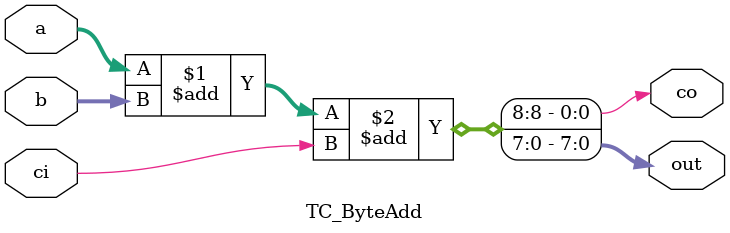
<source format=v>
module TC_ByteAdd (a, b, ci, out, co);
    input [7:0] a;
    input [7:0] b;
    input ci;
    output [7:0] out;
    output co;

    assign {co, out} = a + b + ci;
endmodule


</source>
